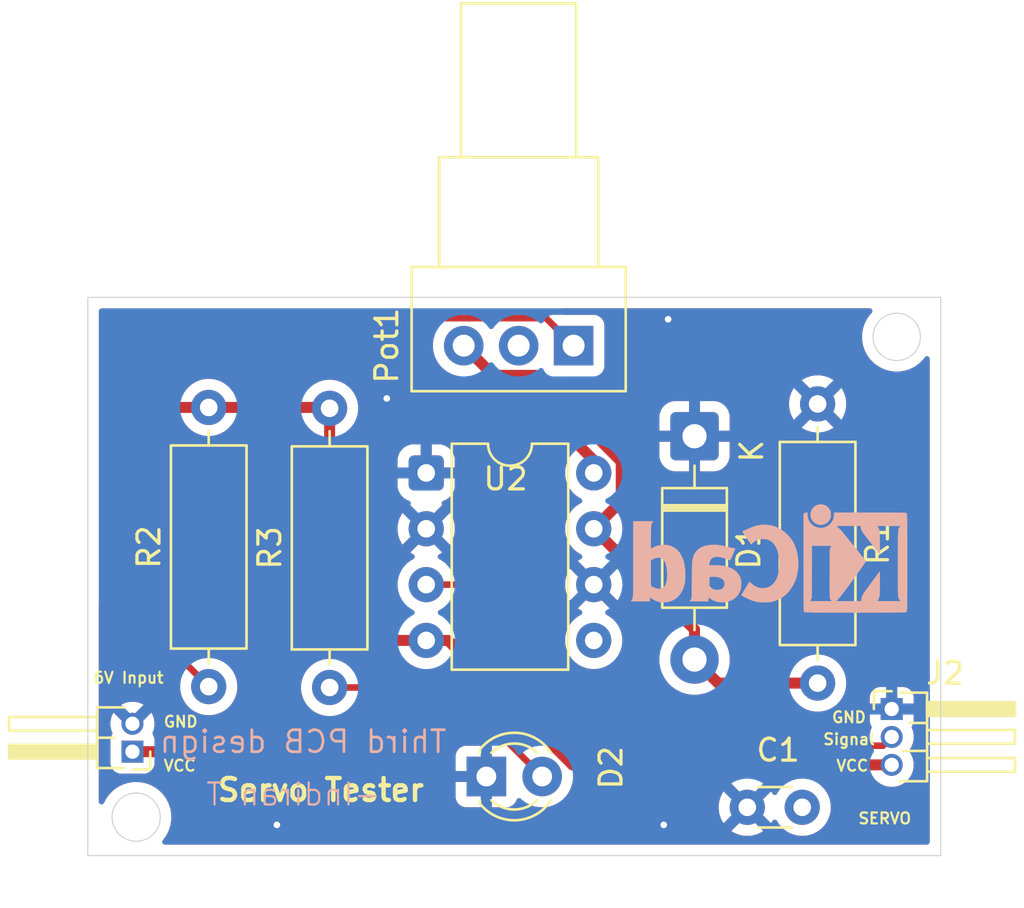
<source format=kicad_pcb>
(kicad_pcb (version 20241229) (generator "pcbnew") (generator_version "9.0")
  (layers (0 "F.Cu" signal) (2 "B.Cu" signal) (5 "F.SilkS" user "F.Silkscreen") (7 "B.SilkS" user "B.Silkscreen") (1 "F.Mask" user) (3 "B.Mask" user) (25 "Edge.Cuts" user))
  (net 0 "")
  (net 1 "GND")
  (net 2 "Net-(D2-A)")
  (net 3 "/Signal")
  (net 4 "Net-(D2-K)")
  (net 5 "Net-(Pot1-Pad1)")
  (net 7 "/Discharge")
  (net 8 "/Vcc")
  (footprint "Connector_PinHeader_1.27mm:PinHeader_1x03_P1.27mm_Horizontal" (layer "F.Cu") (at 172.17 113.93)
    (property "Reference" "J2" (at 2.4325 -1.635 0) (layer "F.SilkS"))
    (property "Value" "Servo")
    (fp_line (start -0.81 -0.81) (end 0 -0.81) (stroke (width 0.12)) (layer "F.SilkS"))
    (fp_line (start -0.81 0) (end -0.81 -0.81) (stroke (width 0.12)) (layer "F.SilkS"))
    (fp_line (start 0.39 -0.745) (end 1.61 -0.745) (stroke (width 0.12)) (layer "F.SilkS"))
    (fp_line (start 0.502867 1.905) (end 1.61 1.905) (stroke (width 0.12)) (layer "F.SilkS"))
    (fp_line (start 0.81 0.635) (end 1.61 0.635) (stroke (width 0.12)) (layer "F.SilkS"))
    (fp_line (start 1.61 -0.745) (end 1.61 3.285) (stroke (width 0.12)) (layer "F.SilkS"))
    (fp_line (start 1.61 0.96) (end 5.61 0.96) (stroke (width 0.12)) (layer "F.SilkS"))
    (fp_line (start 1.61 2.23) (end 5.61 2.23) (stroke (width 0.12)) (layer "F.SilkS"))
    (fp_line (start 1.61 3.285) (end 0.39 3.285) (stroke (width 0.12)) (layer "F.SilkS"))
    (fp_line (start 5.61 0.96) (end 5.61 1.58) (stroke (width 0.12)) (layer "F.SilkS"))
    (fp_line (start 5.61 1.58) (end 1.61 1.58) (stroke (width 0.12)) (layer "F.SilkS"))
    (fp_line (start 5.61 2.23) (end 5.61 2.85) (stroke (width 0.12)) (layer "F.SilkS"))
    (fp_line (start 5.61 2.85) (end 1.61 2.85) (stroke (width 0.12)) (layer "F.SilkS"))
    (fp_rect (start 1.61 -0.31) (end 5.61 0.31) (stroke (width 0.12)) (fill yes) (layer "F.SilkS"))
    (pad "1" thru_hole rect (at 0 0) (size 1 1) (drill 0.65) (layers "*.Cu" "*.Mask") (net 1 "GND"))
    (pad "2" thru_hole circle (at 0 1.27) (size 1 1) (drill 0.65) (layers "*.Cu" "*.Mask") (net 3 "/Signal"))
    (pad "3" thru_hole circle (at 0 2.54) (size 1 1) (drill 0.65) (layers "*.Cu" "*.Mask") (net 8 "/Vcc"))
  )
  (footprint "Resistor_THT:R_Axial_DIN0309_L9.0mm_D3.2mm_P12.70mm_Horizontal" (layer "F.Cu") (at 146.6 112.95 90)
    (property "Reference" "R3" (at 6.35 -2.72 90) (layer "F.SilkS"))
    (property "Value" "1k")
    (fp_line (start 11.66 0) (end 10.97 0) (stroke (width 0.12)) (layer "F.SilkS"))
    (fp_line (start 1.04 0) (end 1.73 0) (stroke (width 0.12)) (layer "F.SilkS"))
    (fp_rect (start 1.73 -1.72) (end 10.97 1.72) (stroke (width 0.12)) (fill no) (layer "F.SilkS"))
    (pad "1" thru_hole circle (at 0 0 90) (size 1.6 1.6) (drill 0.8) (layers "*.Cu" "*.Mask") (net 2 "Net-(D2-A)"))
    (pad "2" thru_hole circle (at 12.7 0 90) (size 1.6 1.6) (drill 0.8) (layers "*.Cu" "*.Mask") (net 8 "/Vcc"))
  )
  (footprint "Package_DIP:DIP-8_W7.62mm" (layer "F.Cu") (at 150.995 103.19)
    (property "Reference" "U2" (at 3.61 0.27 0) (layer "F.SilkS"))
    (property "Value" "NE555P")
    (fp_line (start 1.16 -1.33) (end 1.16 8.95) (stroke (width 0.12)) (layer "F.SilkS"))
    (fp_line (start 1.16 8.95) (end 6.46 8.95) (stroke (width 0.12)) (layer "F.SilkS"))
    (fp_line (start 2.81 -1.33) (end 1.16 -1.33) (stroke (width 0.12)) (layer "F.SilkS"))
    (fp_line (start 6.46 -1.33) (end 4.81 -1.33) (stroke (width 0.12)) (layer "F.SilkS"))
    (fp_line (start 6.46 8.95) (end 6.46 -1.33) (stroke (width 0.12)) (layer "F.SilkS"))
    (fp_arc (start 4.81 -1.33) (mid 3.81 -0.33) (end 2.81 -1.33) (stroke (width 0.12)) (layer "F.SilkS"))
    (pad "1" thru_hole roundrect (at 0 0) (size 1.6 1.6) (drill 0.8) (layers "*.Cu" "*.Mask") (roundrect_rratio 0.15625) (net 1 "GND"))
    (pad "2" thru_hole circle (at 0 2.54) (size 1.6 1.6) (drill 0.8) (layers "*.Cu" "*.Mask") (net 1 "GND"))
    (pad "3" thru_hole circle (at 0 5.08) (size 1.6 1.6) (drill 0.8) (layers "*.Cu" "*.Mask") (net 3 "/Signal"))
    (pad "4" thru_hole circle (at 0 7.62) (size 1.6 1.6) (drill 0.8) (layers "*.Cu" "*.Mask") (net 8 "/Vcc"))
    (pad "5" thru_hole circle (at 7.62 7.62) (size 1.6 1.6) (drill 0.8) (layers "*.Cu" "*.Mask"))
    (pad "6" thru_hole circle (at 7.62 5.08) (size 1.6 1.6) (drill 0.8) (layers "*.Cu" "*.Mask") (net 1 "GND"))
    (pad "7" thru_hole circle (at 7.62 2.54) (size 1.6 1.6) (drill 0.8) (layers "*.Cu" "*.Mask") (net 7 "/Discharge"))
    (pad "8" thru_hole circle (at 7.62 0) (size 1.6 1.6) (drill 0.8) (layers "*.Cu" "*.Mask") (net 8 "/Vcc"))
  )
  (footprint "Connector_PinHeader_1.27mm:PinHeader_1x02_P1.27mm_Horizontal" (layer "F.Cu") (at 137.63 115.87 180)
    (property "Reference" "J1" (hide yes))
    (property "Value" "Power")
    (fp_line (start 5.61 1.58) (end 1.61 1.58) (stroke (width 0.12)) (layer "F.SilkS"))
    (fp_line (start 5.61 0.96) (end 5.61 1.58) (stroke (width 0.12)) (layer "F.SilkS"))
    (fp_line (start 1.61 2.015) (end 0.39 2.015) (stroke (width 0.12)) (layer "F.SilkS"))
    (fp_line (start 1.61 0.96) (end 5.61 0.96) (stroke (width 0.12)) (layer "F.SilkS"))
    (fp_line (start 1.61 -0.745) (end 1.61 2.015) (stroke (width 0.12)) (layer "F.SilkS"))
    (fp_line (start 0.81 0.635) (end 1.61 0.635) (stroke (width 0.12)) (layer "F.SilkS"))
    (fp_line (start 0.39 -0.745) (end 1.61 -0.745) (stroke (width 0.12)) (layer "F.SilkS"))
    (fp_line (start -0.81 0) (end -0.81 -0.81) (stroke (width 0.12)) (layer "F.SilkS"))
    (fp_line (start -0.81 -0.81) (end 0 -0.81) (stroke (width 0.12)) (layer "F.SilkS"))
    (fp_rect (start 1.61 -0.31) (end 5.61 0.31) (stroke (width 0.12)) (fill yes) (layer "F.SilkS"))
    (pad "1" thru_hole rect (at 0 0 180) (size 1 1) (drill 0.65) (layers "*.Cu" "*.Mask") (net 8 "/Vcc"))
    (pad "2" thru_hole circle (at 0 1.27 180) (size 1 1) (drill 0.65) (layers "*.Cu" "*.Mask") (net 1 "GND"))
  )
  (footprint "Capacitor_THT:C_Disc_D3.0mm_W1.6mm_P2.50mm" (layer "F.Cu") (at 165.6 118.4)
    (property "Reference" "C1" (at 1.4 -2.6 0) (layer "F.SilkS"))
    (property "Value" "100nf")
    (fp_line (start 0.485 -0.92) (end 2.015 -0.92) (stroke (width 0.12)) (layer "F.SilkS"))
    (fp_line (start 0.485 0.92) (end 2.015 0.92) (stroke (width 0.12)) (layer "F.SilkS"))
    (pad "1" thru_hole circle (at 0 0) (size 1.6 1.6) (drill 0.8) (layers "*.Cu" "*.Mask") (net 1 "GND"))
    (pad "2" thru_hole circle (at 2.5 0) (size 1.6 1.6) (drill 0.8) (layers "*.Cu" "*.Mask") (net 4 "Net-(D2-K)"))
  )
  (footprint "Diode_THT:D_DO-41_SOD81_P10.16mm_Horizontal" (layer "F.Cu") (at 163.2 101.52 -90)
    (property "Reference" "D1" (at 5.08 -2.47 90) (layer "F.SilkS"))
    (property "Value" "1N4007")
    (fp_line (start 1.34 0) (end 2.36 0) (stroke (width 0.12)) (layer "F.SilkS"))
    (fp_line (start 8.82 0) (end 7.8 0) (stroke (width 0.12)) (layer "F.SilkS"))
    (fp_line (start 3.14 -1.47) (end 3.14 1.47) (stroke (width 0.12)) (layer "F.SilkS"))
    (fp_line (start 3.26 -1.47) (end 3.26 1.47) (stroke (width 0.12)) (layer "F.SilkS"))
    (fp_line (start 3.38 -1.47) (end 3.38 1.47) (stroke (width 0.12)) (layer "F.SilkS"))
    (fp_rect (start 2.36 -1.47) (end 7.8 1.47) (stroke (width 0.12)) (fill no) (layer "F.SilkS"))
    (fp_text user "K" (at 0.68 -2.6 90) (layer "F.SilkS"))
    (pad "1" thru_hole roundrect (at 0 0 270) (size 2.2 2.2) (drill 1.1) (layers "*.Cu" "*.Mask") (roundrect_rratio 0.113636) (net 1 "GND"))
    (pad "2" thru_hole circle (at 10.16 0 270) (size 2.2 2.2) (drill 1.1) (layers "*.Cu" "*.Mask") (net 7 "/Discharge"))
  )
  (footprint "Resistor_THT:R_Axial_DIN0309_L9.0mm_D3.2mm_P12.70mm_Horizontal" (layer "F.Cu") (at 141.1 112.91 90)
    (property "Reference" "R2" (at 6.35 -2.72 90) (layer "F.SilkS"))
    (property "Value" "1k")
    (fp_line (start 11.66 0) (end 10.97 0) (stroke (width 0.12)) (layer "F.SilkS"))
    (fp_line (start 1.04 0) (end 1.73 0) (stroke (width 0.12)) (layer "F.SilkS"))
    (fp_rect (start 1.73 -1.72) (end 10.97 1.72) (stroke (width 0.12)) (fill no) (layer "F.SilkS"))
    (pad "1" thru_hole circle (at 0 0 90) (size 1.6 1.6) (drill 0.8) (layers "*.Cu" "*.Mask") (net 5 "Net-(Pot1-Pad1)"))
    (pad "2" thru_hole circle (at 12.7 0 90) (size 1.6 1.6) (drill 0.8) (layers "*.Cu" "*.Mask") (net 8 "/Vcc"))
  )
  (footprint "Resistor_THT:R_Axial_DIN0309_L9.0mm_D3.2mm_P12.70mm_Horizontal" (layer "F.Cu") (at 168.8 100.05 -90)
    (property "Reference" "R1" (at 6.35 -2.72 90) (layer "F.SilkS"))
    (property "Value" "220k")
    (fp_line (start 1.04 0) (end 1.73 0) (stroke (width 0.12)) (layer "F.SilkS"))
    (fp_line (start 11.66 0) (end 10.97 0) (stroke (width 0.12)) (layer "F.SilkS"))
    (fp_rect (start 1.73 -1.72) (end 10.97 1.72) (stroke (width 0.12)) (fill no) (layer "F.SilkS"))
    (pad "1" thru_hole circle (at 0 0 270) (size 1.6 1.6) (drill 0.8) (layers "*.Cu" "*.Mask") (net 1 "GND"))
    (pad "2" thru_hole circle (at 12.7 0 270) (size 1.6 1.6) (drill 0.8) (layers "*.Cu" "*.Mask") (net 7 "/Discharge"))
  )
  (footprint "Potentiometer_THT:Potentiometer_Alps_RK09Y11_Single_Horizontal" (layer "F.Cu") (at 157.7 97.4 -90)
    (property "Reference" "Pot1" (at 0 8.5 90) (layer "F.SilkS"))
    (property "Value" "100k")
    (fp_line (start -3.57 7.37) (end -3.57 -2.37) (stroke (width 0.12)) (layer "F.SilkS"))
    (fp_line (start 2.071 7.37) (end -3.57 7.37) (stroke (width 0.12)) (layer "F.SilkS"))
    (fp_line (start 2.071 7.37) (end 2.071 -2.37) (stroke (width 0.12)) (layer "F.SilkS"))
    (fp_line (start -8.57 6.12) (end -8.57 -1.12) (stroke (width 0.12)) (layer "F.SilkS"))
    (fp_line (start -3.57 6.12) (end -8.57 6.12) (stroke (width 0.12)) (layer "F.SilkS"))
    (fp_line (start -15.57 5.12) (end -15.57 -0.12) (stroke (width 0.12)) (layer "F.SilkS"))
    (fp_line (start -8.57 5.12) (end -15.57 5.12) (stroke (width 0.12)) (layer "F.SilkS"))
    (fp_line (start -8.57 -0.12) (end -15.57 -0.12) (stroke (width 0.12)) (layer "F.SilkS"))
    (fp_line (start -3.57 -1.12) (end -8.57 -1.12) (stroke (width 0.12)) (layer "F.SilkS"))
    (fp_line (start 2.071 -2.37) (end -3.57 -2.37) (stroke (width 0.12)) (layer "F.SilkS"))
    (pad "1" thru_hole rect (at 0 0 90) (size 1.8 1.8) (drill 1) (layers "*.Cu" "*.Mask") (net 5 "Net-(Pot1-Pad1)"))
    (pad "2" thru_hole circle (at 0 2.5 90) (size 1.8 1.8) (drill 1) (layers "*.Cu" "*.Mask"))
    (pad "3" thru_hole circle (at 0 5 90) (size 1.8 1.8) (drill 1) (layers "*.Cu" "*.Mask") (net 7 "/Discharge"))
  )
  (footprint "LED_THT:LED_D3.0mm" (layer "F.Cu") (at 153.73 117)
    (property "Reference" "D2" (at 5.67 -0.4 90) (layer "F.SilkS"))
    (property "Value" "LED")
    (fp_line (start -0.29 -1.236) (end -0.29 -1.08) (stroke (width 0.12)) (layer "F.SilkS"))
    (fp_line (start -0.29 1.08) (end -0.29 1.236) (stroke (width 0.12)) (layer "F.SilkS"))
    (fp_arc (start -0.29 -1.235516) (mid 1.36566 -1.987699) (end 2.941437 -1.08) (stroke (width 0.12)) (layer "F.SilkS"))
    (fp_arc (start 0.229039 -1.08) (mid 1.27 -1.5) (end 2.310961 -1.08) (stroke (width 0.12)) (layer "F.SilkS"))
    (fp_arc (start 2.310961 1.08) (mid 1.27 1.5) (end 0.229039 1.08) (stroke (width 0.12)) (layer "F.SilkS"))
    (fp_arc (start 2.941437 1.08) (mid 1.36566 1.987699) (end -0.29 1.235516) (stroke (width 0.12)) (layer "F.SilkS"))
    (pad "1" thru_hole rect (at 0 0) (size 1.8 1.8) (drill 0.9) (layers "*.Cu" "*.Mask") (net 1 "GND"))
    (pad "2" thru_hole circle (at 2.54 0) (size 1.8 1.8) (drill 0.9) (layers "*.Cu" "*.Mask") (net 2 "Net-(D2-A)"))
  )
  (footprint "Symbol:KiCad-Logo_5mm_SilkScreen" (layer "B.Cu") (at 166.6 107.6 180)
    (property "Reference" "REF**" (hide yes))
    (property "Value" "KiCad-Logo_5mm_SilkScreen" (hide yes))
    (fp_poly (pts (xy -2.273043 2.973429) (xy -2.176768 2.949191) (xy -2.090184 2.906359) (xy -2.015373 2.846581) (xy -1.954418 2.771506) (xy -1.909399 2.68278) (xy -1.883136 2.58647) (xy -1.877286 2.489205) (xy -1.89214 2.395346) (xy -1.92584 2.307489) (xy -1.976528 2.22823) (xy -2.042345 2.160164) (xy -2.121434 2.105888) (xy -2.211934 2.067998) (xy -2.2632 2.055574) (xy -2.307698 2.048053) (xy -2.341999 2.045081) (xy -2.37496 2.046906) (xy -2.415434 2.053775) (xy -2.448531 2.06075) (xy -2.541947 2.092259) (xy -2.625619 2.143383) (xy -2.697665 2.212571) (xy -2.7562 2.298272) (xy -2.770148 2.325511) (xy -2.786586 2.361878) (xy -2.796894 2.392418) (xy -2.80246 2.42455) (xy -2.804669 2.465693) (xy -2.804948 2.511778) (xy -2.800861 2.596135) (xy -2.787446 2.665414) (xy -2.762256 2.726039) (xy -2.722846 2.784433) (xy -2.684298 2.828698) (xy -2.612406 2.894516) (xy -2.537313 2.939947) (xy -2.454562 2.96715) (xy -2.376928 2.977424) (xy -2.273043 2.973429)) (stroke (width 0.01)) (fill yes) (layer "B.SilkS"))
    (fp_poly (pts (xy 0.328429 2.050929) (xy 0.48857 2.029755) (xy 0.65251 1.989615) (xy 0.822313 1.930111) (xy 1.000043 1.850846) (xy 1.01131 1.845301) (xy 1.069005 1.817275) (xy 1.120552 1.793198) (xy 1.162191 1.774751) (xy 1.190162 1.763614) (xy 1.199733 1.761067) (xy 1.21895 1.756059) (xy 1.223561 1.751853) (xy 1.218458 1.74142) (xy 1.202418 1.715132) (xy 1.177288 1.675743) (xy 1.144914 1.626009) (xy 1.107143 1.568685) (xy 1.065822 1.506524) (xy 1.022798 1.442282) (xy 0.979917 1.378715) (xy 0.939026 1.318575) (xy 0.901971 1.26462) (xy 0.8706 1.219603) (xy 0.846759 1.186279) (xy 0.832294 1.167403) (xy 0.830309 1.165213) (xy 0.820191 1.169862) (xy 0.79785 1.187038) (xy 0.76728 1.21356) (xy 0.751536 1.228036) (xy 0.655047 1.303318) (xy 0.548336 1.358759) (xy 0.432832 1.393859) (xy 0.309962 1.40812) (xy 0.240561 1.406949) (xy 0.119423 1.389788) (xy 0.010205 1.353906) (xy -0.087418 1.299041) (xy -0.173772 1.22493) (xy -0.249185 1.131312) (xy -0.313982 1.017924) (xy -0.351399 0.931333) (xy -0.395252 0.795634) (xy -0.427572 0.64815) (xy -0.448443 0.492686) (xy -0.457949 0.333044) (xy -0.456173 0.173027) (xy -0.443197 0.016439) (xy -0.419106 -0.132918) (xy -0.383982 -0.27124) (xy -0.337908 -0.394724) (xy -0.321627 -0.428978) (xy -0.25338 -0.543064) (xy -0.172921 -0.639557) (xy -0.08143 -0.71767) (xy 0.019911 -0.776617) (xy 0.12992 -0.815612) (xy 0.247415 -0.833868) (xy 0.288883 -0.835211) (xy 0.410441 -0.82429) (xy 0.530878 -0.791474) (xy 0.648666 -0.737439) (xy 0.762277 -0.662865) (xy 0.853685 -0.584539) (xy 0.900215 -0.540008) (xy 1.081483 -0.837271) (xy 1.12658 -0.911433) (xy 1.167819 -0.979646) (xy 1.203735 -1.039459) (xy 1.232866 -1.08842) (xy 1.25375 -1.124079) (xy 1.264924 -1.143984) (xy 1.266375 -1.147079) (xy 1.258146 -1.156718) (xy 1.232567 -1.173999) (xy 1.192873 -1.197283) (xy 1.142297 -1.224934) (xy 1.084074 -1.255315) (xy 1.021437 -1.28679) (xy 0.957621 -1.317722) (xy 0.89586 -1.346473) (xy 0.839388 -1.371408) (xy 0.791438 -1.390889) (xy 0.767986 -1.399318) (xy 0.634221 -1.437133) (xy 0.496327 -1.462136) (xy 0.348622 -1.47514) (xy 0.221833 -1.477468) (xy 0.153878 -1.476373) (xy 0.088277 -1.474275) (xy 0.030847 -1.471434) (xy -0.012597 -1.468106) (xy -0.026702 -1.466422) (xy -0.165716 -1.437587) (xy -0.307243 -1.392468) (xy -0.444725 -1.33375) (xy -0.571606 -1.26412) (xy -0.649111 -1.211441) (xy -0.776519 -1.103239) (xy -0.894822 -0.976671) (xy -1.001828 -0.834866) (xy -1.095348 -0.680951) (xy -1.17319 -0.518053) (xy -1.217044 -0.400756) (xy -1.267292 -0.217128) (xy -1.300791 -0.022581) (xy -1.317551 0.178675) (xy -1.317584 0.382432) (xy -1.300899 0.584479) (xy -1.267507 0.780608) (xy -1.21742 0.966609) (xy -1.213603 0.978197) (xy -1.150719 1.14025) (xy -1.073972 1.288168) (xy -0.980758 1.426135) (xy -0.868473 1.558339) (xy -0.824608 1.603601) (xy -0.688466 1.727543) (xy -0.548509 1.830085) (xy -0.402589 1.912344) (xy -0.248558 1.975436) (xy -0.084268 2.020477) (xy 0.011289 2.037967) (xy 0.170023 2.053534) (xy 0.328429 2.050929)) (stroke (width 0.01)) (fill yes) (layer "B.SilkS"))
    (fp_poly (pts (xy 6.186507 0.527755) (xy 6.186526 0.293338) (xy 6.186552 0.080397) (xy 6.186625 -0.112168) (xy 6.186782 -0.285459) (xy 6.187064 -0.440576) (xy 6.187509 -0.57862) (xy 6.188156 -0.700692) (xy 6.189045 -0.807894) (xy 6.190213 -0.901326) (xy 6.191701 -0.98209) (xy 6.193546 -1.051286) (xy 6.195789 -1.110015) (xy 6.198469 -1.159379) (xy 6.201623 -1.200478) (xy 6.205292 -1.234413) (xy 6.209513 -1.262286) (xy 6.214327 -1.285198) (xy 6.219773 -1.304249) (xy 6.225888 -1.32054) (xy 6.232712 -1.335173) (xy 6.240285 -1.349249) (xy 6.248645 -1.363868) (xy 6.253839 -1.372974) (xy 6.288104 -1.433689) (xy 5.429955 -1.433689) (xy 5.429955 -1.337733) (xy 5.429224 -1.29437) (xy 5.427272 -1.261205) (xy 5.424463 -1.243424) (xy 5.423221 -1.241778) (xy 5.411799 -1.248662) (xy 5.389084 -1.266505) (xy 5.366385 -1.285879) (xy 5.3118 -1.326614) (xy 5.242321 -1.367617) (xy 5.16527 -1.405123) (xy 5.087965 -1.435364) (xy 5.057113 -1.445012) (xy 4.988616 -1.459578) (xy 4.905764 -1.469539) (xy 4.816371 -1.474583) (xy 4.728248 -1.474396) (xy 4.649207 -1.468666) (xy 4.611511 -1.462858) (xy 4.473414 -1.424797) (xy 4.346113 -1.367073) (xy 4.230292 -1.290211) (xy 4.126637 -1.194739) (xy 4.035833 -1.081179) (xy 3.969031 -0.970381) (xy 3.914164 -0.853625) (xy 3.872163 -0.734276) (xy 3.842167 -0.608283) (xy 3.823311 -0.471594) (xy 3.814732 -0.320158) (xy 3.814006 -0.242711) (xy 3.8161 -0.185934) (xy 4.645217 -0.185934) (xy 4.645424 -0.279002) (xy 4.648337 -0.366692) (xy 4.654 -0.443772) (xy 4.662455 -0.505009) (xy 4.665038 -0.51735) (xy 4.69684 -0.624633) (xy 4.738498 -0.711658) (xy 4.790363 -0.778642) (xy 4.852781 -0.825805) (xy 4.9261 -0.853365) (xy 5.010669 -0.861541) (xy 5.106835 -0.850551) (xy 5.170311 -0.834829) (xy 5.219454 -0.816639) (xy 5.273583 -0.790791) (xy 5.314244 -0.767089) (xy 5.3848 -0.720721) (xy 5.3848 0.42947) (xy 5.317392 0.473038) (xy 5.238867 0.51396) (xy 5.154681 0.540611) (xy 5.069557 0.552535) (xy 4.988216 0.549278) (xy 4.91538 0.530385) (xy 4.883426 0.514816) (xy 4.825501 0.471819) (xy 4.776544 0.415047) (xy 4.73539 0.342425) (xy 4.700874 0.251879) (xy 4.671833 0.141334) (xy 4.670552 0.135467) (xy 4.660381 0.073212) (xy 4.652739 -0.004594) (xy 4.64767 -0.09272) (xy 4.645217 -0.185934) (xy 3.8161 -0.185934) (xy 3.821857 -0.029895) (xy 3.843802 0.165941) (xy 3.879786 0.344668) (xy 3.929759 0.506155) (xy 3.993668 0.650274) (xy 4.071462 0.776894) (xy 4.163089 0.885885) (xy 4.268497 0.977117) (xy 4.313662 1.008068) (xy 4.414611 1.064215) (xy 4.517901 1.103826) (xy 4.627989 1.127986) (xy 4.74933 1.137781) (xy 4.841836 1.136735) (xy 4.97149 1.125769) (xy 5.084084 1.103954) (xy 5.182875 1.070286) (xy 5.271121 1.023764) (xy 5.319986 0.989552) (xy 5.349353 0.967638) (xy 5.371043 0.952667) (xy 5.379253 0.948267) (xy 5.380868 0.959096) (xy 5.382159 0.989749) (xy 5.383138 1.037474) (xy 5.383817 1.099521) (xy 5.38421 1.173138) (xy 5.38433 1.255573) (xy 5.384188 1.344075) (xy 5.383797 1.435893) (xy 5.383171 1.528276) (xy 5.38232 1.618472) (xy 5.38126 1.703729) (xy 5.380001 1.781297) (xy 5.378556 1.848424) (xy 5.376938 1.902359) (xy 5.375161 1.94035) (xy 5.374669 1.947333) (xy 5.367092 2.017749) (xy 5.355531 2.072898) (xy 5.337792 2.120019) (xy 5.311682 2.166353) (xy 5.305415 2.175933) (xy 5.280983 2.212622) (xy 6.186311 2.212622) (xy 6.186507 0.527755)) (stroke (width 0.01)) (fill yes) (layer "B.SilkS"))
    (fp_poly (pts (xy 2.673574 1.133448) (xy 2.825492 1.113433) (xy 2.960756 1.079798) (xy 3.080239 1.032275) (xy 3.184815 0.970595) (xy 3.262424 0.907035) (xy 3.331265 0.832901) (xy 3.385006 0.753129) (xy 3.42791 0.660909) (xy 3.443384 0.617839) (xy 3.456244 0.578858) (xy 3.467446 0.542711) (xy 3.47712 0.507566) (xy 3.485396 0.47159) (xy 3.492403 0.43295) (xy 3.498272 0.389815) (xy 3.503131 0.340351) (xy 3.50711 0.282727) (xy 3.51034 0.215109) (xy 3.512949 0.135666) (xy 3.515067 0.042564) (xy 3.516824 -0.066027) (xy 3.518349 -0.191942) (xy 3.519772 -0.337012) (xy 3.521025 -0.479778) (xy 3.522351 -0.635968) (xy 3.523556 -0.771239) (xy 3.524766 -0.887246) (xy 3.526106 -0.985645) (xy 3.5277 -1.068093) (xy 3.529675 -1.136246) (xy 3.532156 -1.19176) (xy 3.535269 -1.236292) (xy 3.539138 -1.271498) (xy 3.543889 -1.299034) (xy 3.549648 -1.320556) (xy 3.556539 -1.337722) (xy 3.564689 -1.352186) (xy 3.574223 -1.365606) (xy 3.585266 -1.379638) (xy 3.589566 -1.385071) (xy 3.605386 -1.40791) (xy 3.612422 -1.423463) (xy 3.612444 -1.423922) (xy 3.601567 -1.426121) (xy 3.570582 -1.428147) (xy 3.521957 -1.429942) (xy 3.458163 -1.431451) (xy 3.381669 -1.432616) (xy 3.294944 -1.43338) (xy 3.200457 -1.433686) (xy 3.18955 -1.433689) (xy 2.766657 -1.433689) (xy 2.763395 -1.337622) (xy 2.760133 -1.241556) (xy 2.698044 -1.292543) (xy 2.600714 -1.360057) (xy 2.490813 -1.414749) (xy 2.404349 -1.444978) (xy 2.335278 -1.459666) (xy 2.251925 -1.469659) (xy 2.162159 -1.474646) (xy 2.073845 -1.474313) (xy 1.994851 -1.468351) (xy 1.958622 -1.462638) (xy 1.818603 -1.424776) (xy 1.692178 -1.369932) (xy 1.58026 -1.298924) (xy 1.483762 -1.212568) (xy 1.4036 -1.111679) (xy 1.340687 -0.997076) (xy 1.296312 -0.870984) (xy 1.283978 -0.814401) (xy 1.276368 -0.752202) (xy 1.272739 -0.677363) (xy 1.272245 -0.643467) (xy 1.27231 -0.640282) (xy 2.032248 -0.640282) (xy 2.041541 -0.715333) (xy 2.069728 -0.77916) (xy 2.118197 -0.834798) (xy 2.123254 -0.839211) (xy 2.171548 -0.874037) (xy 2.223257 -0.89662) (xy 2.283989 -0.90854) (xy 2.359352 -0.911383) (xy 2.377459 -0.910978) (xy 2.431278 -0.908325) (xy 2.471308 -0.902909) (xy 2.506324 -0.892745) (xy 2.545103 -0.87585) (xy 2.555745 -0.870672) (xy 2.616396 -0.834844) (xy 2.663215 -0.792212) (xy 2.675952 -0.776973) (xy 2.720622 -0.720462) (xy 2.720622 -0.524586) (xy 2.720086 -0.445939) (xy 2.718396 -0.387988) (xy 2.715428 -0.348875) (xy 2.711057 -0.326741) (xy 2.706972 -0.320274) (xy 2.691047 -0.317111) (xy 2.657264 -0.314488) (xy 2.61034 -0.312655) (xy 2.554993 -0.311857) (xy 2.546106 -0.311842) (xy 2.42533 -0.317096) (xy 2.32266 -0.333263) (xy 2.236106 -0.360961) (xy 2.163681 -0.400808) (xy 2.108751 -0.447758) (xy 2.064204 -0.505645) (xy 2.03948 -0.568693) (xy 2.032248 -0.640282) (xy 1.27231 -0.640282) (xy 1.274178 -0.549712) (xy 1.282522 -0.470812) (xy 1.298768 -0.39959) (xy 1.324405 -0.328864) (xy 1.348401 -0.276493) (xy 1.40702 -0.181196) (xy 1.485117 -0.09317) (xy 1.580315 -0.014017) (xy 1.690238 0.05466) (xy 1.81251 0.111259) (xy 1.944755 0.154179) (xy 2.009422 0.169118) (xy 2.145604 0.191223) (xy 2.294049 0.205806) (xy 2.445505 0.212187) (xy 2.572064 0.210555) (xy 2.73395 0.203776) (xy 2.72653 0.262755) (xy 2.707238 0.361908) (xy 2.676104 0.442628) (xy 2.632269 0.505534) (xy 2.574871 0.551244) (xy 2.503048 0.580378) (xy 2.415941 0.593553) (xy 2.312686 0.591389) (xy 2.274711 0.587388) (xy 2.13352 0.56222) (xy 1.996707 0.521186) (xy 1.902178 0.483185) (xy 1.857018 0.46381) (xy 1.818585 0.44824) (xy 1.792234 0.438595) (xy 1.784546 0.436548) (xy 1.774802 0.445626) (xy 1.758083 0.474595) (xy 1.734232 0.523783) (xy 1.703093 0.593516) (xy 1.664507 0.684121) (xy 1.65791 0.699911) (xy 1.627853 0.772228) (xy 1.600874 0.837575) (xy 1.578136 0.893094) (xy 1.560806 0.935928) (xy 1.550048 0.963219) (xy 1.546941 0.972058) (xy 1.55694 0.976813) (xy 1.583217 0.98209) (xy 1.611489 0.985769) (xy 1.641646 0.990526) (xy 1.689433 0.999972) (xy 1.750612 1.01318) (xy 1.820946 1.029224) (xy 1.896194 1.04718) (xy 1.924755 1.054203) (xy 2.029816 1.079791) (xy 2.11748 1.099853) (xy 2.192068 1.115031) (xy 2.257903 1.125965) (xy 2.319307 1.133296) (xy 2.380602 1.137665) (xy 2.44611 1.139713) (xy 2.504128 1.140111) (xy 2.673574 1.133448)) (stroke (width 0.01)) (fill yes) (layer "B.SilkS"))
    (fp_poly (pts (xy -2.9464 2.510946) (xy -2.935535 2.397007) (xy -2.903918 2.289384) (xy -2.853015 2.190385) (xy -2.784293 2.102316) (xy -2.699219 2.027484) (xy -2.602232 1.969616) (xy -2.495964 1.929995) (xy -2.38895 1.911427) (xy -2.2833 1.912566) (xy -2.181125 1.93207) (xy -2.084534 1.968594) (xy -1.995638 2.020795) (xy -1.916546 2.087327) (xy -1.849369 2.166848) (xy -1.796217 2.258013) (xy -1.759199 2.359477) (xy -1.740427 2.469898) (xy -1.738489 2.519794) (xy -1.738489 2.607733) (xy -1.68656 2.607733) (xy -1.650253 2.604889) (xy -1.623355 2.593089) (xy -1.596249 2.569351) (xy -1.557867 2.530969) (xy -1.557867 0.339398) (xy -1.557876 0.077261) (xy -1.557908 -0.163241) (xy -1.557972 -0.383048) (xy -1.558076 -0.583101) (xy -1.558227 -0.764344) (xy -1.558434 -0.927716) (xy -1.558706 -1.07416) (xy -1.55905 -1.204617) (xy -1.559474 -1.320029) (xy -1.559987 -1.421338) (xy -1.560597 -1.509484) (xy -1.561312 -1.58541) (xy -1.56214 -1.650057) (xy -1.563089 -1.704367) (xy -1.564167 -1.74928) (xy -1.565383 -1.78574) (xy -1.566745 -1.814687) (xy -1.568261 -1.837063) (xy -1.569938 -1.853809) (xy -1.571786 -1.865868) (xy -1.573813 -1.87418) (xy -1.576025 -1.879687) (xy -1.577108 -1.881537) (xy -1.581271 -1.888549) (xy -1.584805 -1.894996) (xy -1.588635 -1.9009) (xy -1.593682 -1.906286) (xy -1.600871 -1.911178) (xy -1.611123 -1.915598) (xy -1.625364 -1.919572) (xy -1.644514 -1.923121) (xy -1.669499 -1.92627) (xy -1.70124 -1.929042) (xy -1.740662 -1.931461) (xy -1.788686 -1.933551) (xy -1.846237 -1.935335) (xy -1.914237 -1.936837) (xy -1.99361 -1.93808) (xy -2.085279 -1.939089) (xy -2.190166 -1.939885) (xy -2.309196 -1.940494) (xy -2.44329 -1.940939) (xy -2.593373 -1.941243) (xy -2.760367 -1.94143) (xy -2.945196 -1.941524) (xy -3.148783 -1.941548) (xy -3.37205 -1.941525) (xy -3.615922 -1.94148) (xy -3.881321 -1.941437) (xy -3.919704 -1.941432) (xy -4.186682 -1.941389) (xy -4.432002 -1.941318) (xy -4.656583 -1.941213) (xy -4.861345 -1.941066) (xy -5.047206 -1.940869) (xy -5.215088 -1.940616) (xy -5.365908 -1.9403) (xy -5.500587 -1.939913) (xy -5.620044 -1.939447) (xy -5.725199 -1.938897) (xy -5.816971 -1.938253) (xy -5.896279 -1.937511) (xy -5.964043 -1.936661) (xy -6.021182 -1.935697) (xy -6.068617 -1.934611) (xy -6.107266 -1.933397) (xy -6.138049 -1.932047) (xy -6.161885 -1.930555) (xy -6.179694 -1.928911) (xy -6.192395 -1.927111) (xy -6.200908 -1.925145) (xy -6.205266 -1.923477) (xy -6.213728 -1.919906) (xy -6.221497 -1.91727) (xy -6.228602 -1.914634) (xy -6.235073 -1.911062) (xy -6.240939 -1.905621) (xy -6.246229 -1.897375) (xy -6.250974 -1.88539) (xy -6.255202 -1.868731) (xy -6.258943 -1.846463) (xy -6.262227 -1.817652) (xy -6.265083 -1.781363) (xy -6.26754 -1.736661) (xy -6.269629 -1.682611) (xy -6.271378 -1.618279) (xy -6.272817 -1.54273) (xy -6.273976 -1.45503) (xy -6.274883 -1.354243) (xy -6.275569 -1.239434) (xy -6.276063 -1.10967) (xy -6.276395 -0.964015) (xy -6.276593 -0.801535) (xy -6.276687 -0.621295) (xy -6.276708 -0.42236) (xy -6.276685 -0.203796) (xy -6.276646 0.035332) (xy -6.276622 0.29596) (xy -6.276622 0.338111) (xy -6.276636 0.601008) (xy -6.276661 0.842268) (xy -6.276671 1.062835) (xy -6.276642 1.263648) (xy -6.276548 1.445651) (xy -6.276362 1.609784) (xy -6.276059 1.756989) (xy -6.275614 1.888208) (xy -6.275034 1.998133) (xy -5.972197 1.998133) (xy -5.932407 1.940289) (xy -5.921236 1.924521) (xy -5.911166 1.910559) (xy -5.902138 1.897216) (xy -5.894097 1.883307) (xy -5.886986 1.867644) (xy -5.880747 1.849042) (xy -5.875325 1.826314) (xy -5.870662 1.798273) (xy -5.866701 1.763733) (xy -5.863385 1.721508) (xy -5.860659 1.670411) (xy -5.858464 1.609256) (xy -5.856745 1.536856) (xy -5.855444 1.452025) (xy -5.854505 1.353578) (xy -5.85387 1.240326) (xy -5.853484 1.111084) (xy -5.853288 0.964666) (xy -5.853227 0.799884) (xy -5.853243 0.615553) (xy -5.85328 0.410487) (xy -5.853289 0.287867) (xy -5.853265 0.070918) (xy -5.853231 -0.124642) (xy -5.853243 -0.299999) (xy -5.853358 -0.456341) (xy -5.85363 -0.594857) (xy -5.854118 -0.716734) (xy -5.854876 -0.82316) (xy -5.855962 -0.915322) (xy -5.857431 -0.994409) (xy -5.85934 -1.061608) (xy -5.861744 -1.118107) (xy -5.864701 -1.165093) (xy -5.868266 -1.203755) (xy -5.872495 -1.23528) (xy -5.877446 -1.260855) (xy -5.883173 -1.28167) (xy -5.889733 -1.298911) (xy -5.897183 -1.313765) (xy -5.905579 -1.327422) (xy -5.914976 -1.341069) (xy -5.925432 -1.355893) (xy -5.931523 -1.364783) (xy -5.970296 -1.4224) (xy -5.438732 -1.4224) (xy -5.315483 -1.422365) (xy -5.212987 -1.422215) (xy -5.12942 -1.421878) (xy -5.062956 -1.421286) (xy -5.011771 -1.420367) (xy -4.974041 -1.419051) (xy -4.94794 -1.417269) (xy -4.931644 -1.414951) (xy -4.923328 -1.412026) (xy -4.921168 -1.408424) (xy -4.923339 -1.404075) (xy -4.924535 -1.402645) (xy -4.949685 -1.365573) (xy -4.975583 -1.312772) (xy -4.999192 -1.25077) (xy -5.007461 -1.224357) (xy -5.012078 -1.206416) (xy -5.015979 -1.185355) (xy -5.019248 -1.159089) (xy -5.021966 -1.125532) (xy -5.024215 -1.082599) (xy -5.026077 -1.028204) (xy -5.027636 -0.960262) (xy -5.028972 -0.876688) (xy -5.030169 -0.775395) (xy -5.031308 -0.6543) (xy -5.031685 -0.6096) (xy -5.032702 -0.484449) (xy -5.03346 -0.380082) (xy -5.033903 -0.294707) (xy -5.03397 -0.226533) (xy -5.033605 -0.173765) (xy -5.032748 -0.134614) (xy -5.031341 -0.107285) (xy -5.029325 -0.089986) (xy -5.026643 -0.080926) (xy -5.023236 -0.078312) (xy -5.019044 -0.080351) (xy -5.014571 -0.084667) (xy -5.004216 -0.097602) (xy -4.982158 -0.126676) (xy -4.949957 -0.169759) (xy -4.909174 -0.224718) (xy -4.86137 -0.289423) (xy -4.808105 -0.361742) (xy -4.75094 -0.439544) (xy -4.691437 -0.520698) (xy -4.631155 -0.603072) (xy -4.571655 -0.684536) (xy -4.514498 -0.762957) (xy -4.461245 -0.836204) (xy -4.413457 -0.902147) (xy -4.372693 -0.958654) (xy -4.340516 -1.003593) (xy -4.318485 -1.034834) (xy -4.313917 -1.041466) (xy -4.290996 -1.078369) (xy -4.264188 -1.126359) (xy -4.238789 -1.175897) (xy -4.235568 -1.182577) (xy -4.21389 -1.230772) (xy -4.201304 -1.268334) (xy -4.195574 -1.30416) (xy -4.194456 -1.3462) (xy -4.19509 -1.4224) (xy -3.040651 -1.4224) (xy -3.131815 -1.328669) (xy -3.178612 -1.278775) (xy -3.228899 -1.222295) (xy -3.274944 -1.168026) (xy -3.295369 -1.142673) (xy -3.325807 -1.103128) (xy -3.365862 -1.049916) (xy -3.414361 -0.984667) (xy -3.470135 -0.909011) (xy -3.532011 -0.824577) (xy -3.598819 -0.732994) (xy -3.669387 -0.635892) (xy -3.742545 -0.534901) (xy -3.817121 -0.43165) (xy -3.891944 -0.327768) (xy -3.965843 -0.224885) (xy -4.037646 -0.124631) (xy -4.106184 -0.028636) (xy -4.170284 0.061473) (xy -4.228775 0.144064) (xy -4.280486 0.217508) (xy -4.324247 0.280176) (xy -4.358885 0.330439) (xy -4.38323 0.366666) (xy -4.396111 0.387229) (xy -4.397869 0.391332) (xy -4.38991 0.402658) (xy -4.369115 0.429838) (xy -4.336847 0.471171) (xy -4.29447 0.524956) (xy -4.243347 0.589494) (xy -4.184841 0.663082) (xy -4.120314 0.744022) (xy -4.051131 0.830612) (xy -3.978653 0.921152) (xy -3.904246 1.01394) (xy -3.844517 1.088298) (xy -2.833511 1.088298) (xy -2.827602 1.075341) (xy -2.813272 1.053092) (xy -2.812225 1.051609) (xy -2.793438 1.021456) (xy -2.773791 0.984625) (xy -2.769892 0.976489) (xy -2.766356 0.96806) (xy -2.76323 0.957941) (xy -2.760486 0.94474) (xy -2.758092 0.927062) (xy -2.756019 0.903516) (xy -2.754235 0.872707) (xy -2.752712 0.833243) (xy -2.751419 0.783731) (xy -2.750326 0.722777) (xy -2.749403 0.648989) (xy -2.748619 0.560972) (xy -2.747945 0.457335) (xy -2.74735 0.336684) (xy -2.746805 0.197626) (xy -2.746279 0.038768) (xy -2.745745 -0.140089) (xy -2.745206 -0.325207) (xy -2.744772 -0.489145) (xy -2.744509 -0.633303) (xy -2.744484 -0.759079) (xy -2.744765 -0.867871) (xy -2.745419 -0.961077) (xy -2.746514 -1.040097) (xy -2.748118 -1.106328) (xy -2.750297 -1.16117) (xy -2.753119 -1.206021) (xy -2.756651 -1.242278) (xy -2.760961 -1.271341) (xy -2.766117 -1.294609) (xy -2.772185 -1.313479) (xy -2.779233 -1.329351) (xy -2.787329 -1.343622) (xy -2.79654 -1.357691) (xy -2.80504 -1.370158) (xy -2.822176 -1.396452) (xy -2.832322 -1.414037) (xy -2.833511 -1.417257) (xy -2.822604 -1.418334) (xy -2.791411 -1.419335) (xy -2.742223 -1.420235) (xy -2.677333 -1.42101) (xy -2.59903 -1.421637) (xy -2.509607 -1.422091) (xy -2.411356 -1.422349) (xy -2.342445 -1.4224) (xy -2.237452 -1.42218) (xy -2.14061 -1.421548) (xy -2.054107 -1.420549) (xy -1.980132 -1.419227) (xy -1.920874 -1.417626) (xy -1.87852 -1.415791) (xy -1.85526 -1.413765) (xy -1.851378 -1.412493) (xy -1.859076 -1.397591) (xy -1.867074 -1.38956) (xy -1.880246 -1.372434) (xy -1.897485 -1.342183) (xy -1.909407 -1.317622) (xy -1.936045 -1.258711) (xy -1.93912 -0.081845) (xy -1.942195 1.095022) (xy -2.387853 1.095022) (xy -2.48567 1.094858) (xy -2.576064 1.094389) (xy -2.65663 1.093653) (xy -2.724962 1.092684) (xy -2.778656 1.09152) (xy -2.815305 1.090197) (xy -2.832504 1.088751) (xy -2.833511 1.088298) (xy -3.844517 1.088298) (xy -3.82927 1.107278) (xy -3.75509 1.199463) (xy -3.683069 1.288796) (xy -3.614569 1.373576) (xy -3.550955 1.452102) (xy -3.493588 1.522674) (xy -3.443833 1.583591) (xy -3.403052 1.633153) (xy -3.385888 1.653822) (xy -3.299596 1.754484) (xy -3.222997 1.837741) (xy -3.154183 1.905562) (xy -3.091248 1.959911) (xy -3.081867 1.967278) (xy -3.042356 1.997883) (xy -4.174116 1.998133) (xy -4.168827 1.950156) (xy -4.17213 1.892812) (xy -4.193661 1.824537) (xy -4.233635 1.744788) (xy -4.278943 1.672505) (xy -4.295161 1.64986) (xy -4.323214 1.612304) (xy -4.36143 1.561979) (xy -4.408137 1.501027) (xy -4.461661 1.431589) (xy -4.520331 1.355806) (xy -4.582475 1.27582) (xy -4.646421 1.193772) (xy -4.710495 1.111804) (xy -4.773027 1.032057) (xy -4.832343 0.956673) (xy -4.886771 0.887793) (xy -4.934639 0.827558) (xy -4.974275 0.778111) (xy -5.004006 0.741592) (xy -5.022161 0.720142) (xy -5.02522 0.716844) (xy -5.028079 0.724851) (xy -5.030293 0.755145) (xy -5.031857 0.807444) (xy -5.032767 0.881469) (xy -5.03302 0.976937) (xy -5.032613 1.093566) (xy -5.031704 1.213555) (xy -5.030382 1.345667) (xy -5.028857 1.457406) (xy -5.026881 1.550975) (xy -5.024206 1.628581) (xy -5.020582 1.692426) (xy -5.015761 1.744717) (xy -5.009494 1.787656) (xy -5.001532 1.823449) (xy -4.991627 1.8543) (xy -4.979531 1.882414) (xy -4.964993 1.909995) (xy -4.950311 1.935034) (xy -4.912314 1.998133) (xy -5.972197 1.998133) (xy -6.275034 1.998133) (xy -6.275001 2.004383) (xy -6.274195 2.106456) (xy -6.27317 2.195367) (xy -6.2719 2.272059) (xy -6.27036 2.337473) (xy -6.268524 2.392551) (xy -6.266367 2.438235) (xy -6.263863 2.475466) (xy -6.260987 2.505187) (xy -6.257713 2.528338) (xy -6.254015 2.545861) (xy -6.249869 2.558699) (xy -6.245247 2.567792) (xy -6.240126 2.574082) (xy -6.234478 2.578512) (xy -6.228279 2.582022) (xy -6.221504 2.585555) (xy -6.215508 2.589124) (xy -6.210275 2.5917) (xy -6.202099 2.594028) (xy -6.189886 2.596122) (xy -6.172541 2.597993) (xy -6.148969 2.599653) (xy -6.118077 2.601116) (xy -6.078768 2.602392) (xy -6.02995 2.603496) (xy -5.970527 2.604439) (xy -5.899404 2.605233) (xy -5.815488 2.605891) (xy -5.717683 2.606425) (xy -5.604894 2.606847) (xy -5.476029 2.607171) (xy -5.329991 2.607408) (xy -5.165686 2.60757) (xy -4.98202 2.60767) (xy -4.777897 2.60772) (xy -4.566753 2.607733) (xy -2.9464 2.607733) (xy -2.9464 2.510946)) (stroke (width 0.01)) (fill yes) (layer "B.SilkS"))
  )
  (gr_circle (center 137.8 118.848528) (end 138.6 119.6) (stroke (width 0.05)) (fill no) (layer "Edge.Cuts"))
  (gr_rect (start 135.6 95.2) (end 174.4 120.6) (stroke (width 0.05)) (fill no) (layer "Edge.Cuts"))
  (gr_circle (center 172.4 97) (end 173.4 97.4) (stroke (width 0.05)) (fill no) (layer "Edge.Cuts"))
  (gr_text "VCC\n" (at 139 116.8 0) (layer "F.SilkS") (effects (font (size 0.5 0.5) (thickness 0.1)) (justify left bottom)))
  (gr_text "SERVO\n" (at 170.6 119.2 0) (layer "F.SilkS") (effects (font (size 0.5 0.5) (thickness 0.1)) (justify left bottom)))
  (gr_text "VCC\n" (at 169.6 116.8 0) (layer "F.SilkS") (effects (font (size 0.5 0.5) (thickness 0.1)) (justify left bottom)))
  (gr_text "Signal" (at 169 115.6 0) (layer "F.SilkS") (effects (font (size 0.5 0.5) (thickness 0.1)) (justify left bottom)))
  (gr_text "GND" (at 139 114.8 0) (layer "F.SilkS") (effects (font (size 0.5 0.5) (thickness 0.1)) (justify left bottom)))
  (gr_text "Servo Tester" (at 141.4 118.2 0) (layer "F.SilkS") (effects (font (size 1 1) (thickness 0.2) (bold yes)) (justify left bottom)))
  (gr_text "6V Input\n" (at 135.8 112.8 0) (layer "F.SilkS") (effects (font (size 0.5 0.5) (thickness 0.1)) (justify left bottom)))
  (gr_text "GND" (at 169.4 114.6 0) (layer "F.SilkS") (effects (font (size 0.5 0.5) (thickness 0.1)) (justify left bottom)))
  (gr_text "Third PCB design\n" (at 152 116 0) (layer "B.SilkS") (effects (font (size 1 1) (thickness 0.125) (bold yes)) (justify left bottom mirror)))
  (gr_text "-Indiran T" (at 149 118.4 0) (layer "B.SilkS") (effects (font (size 1 1) (thickness 0.1)) (justify left bottom mirror)))
  (via (at 162 96.2) (size 0.6) (drill 0.3) (layers "F.Cu" "B.Cu") (net 1))
  (via (at 144.2 119.2) (size 0.6) (drill 0.3) (layers "F.Cu" "B.Cu") (net 1))
  (via (at 149.2 99.8) (size 0.6) (drill 0.3) (layers "F.Cu" "B.Cu") (net 1))
  (via (at 161.8 119.2) (size 0.6) (drill 0.3) (layers "F.Cu" "B.Cu") (net 1))
  (segment (start 152.22 112.95) (end 156.27 117) (width 0.3) (layer "F.Cu") (net 2))
  (segment (start 146.6 112.95) (end 152.22 112.95) (width 0.3) (layer "F.Cu") (net 2))
  (segment (start 156.4 114) (end 158 115.6) (width 0.3) (layer "F.Cu") (net 3))
  (segment (start 156.4 110) (end 156.4 114) (width 0.3) (layer "F.Cu") (net 3))
  (segment (start 158 115.6) (end 171.77 115.6) (width 0.3) (layer "F.Cu") (net 3))
  (segment (start 171.77 115.6) (end 172.17 115.2) (width 0.3) (layer "F.Cu") (net 3))
  (segment (start 150.995 108.27) (end 154.67 108.27) (width 0.3) (layer "F.Cu") (net 3))
  (segment (start 154.67 108.27) (end 156.4 110) (width 0.3) (layer "F.Cu") (net 3))
  (segment (start 136.379 108.189) (end 136.379 100.212504) (width 0.3) (layer "F.Cu") (net 5))
  (segment (start 136.379 100.212504) (end 140.442504 96.149) (width 0.3) (layer "F.Cu") (net 5))
  (segment (start 156.449 96.149) (end 157.7 97.4) (width 0.3) (layer "F.Cu") (net 5))
  (segment (start 141.1 112.91) (end 136.379 108.189) (width 0.3) (layer "F.Cu") (net 5))
  (segment (start 140.442504 96.149) (end 156.449 96.149) (width 0.3) (layer "F.Cu") (net 5))
  (segment (start 163.2 111.68) (end 163.2 110.315) (width 0.5) (layer "F.Cu") (net 7))
  (segment (start 154.051 98.751) (end 152.7 97.4) (width 0.5) (layer "F.Cu") (net 7))
  (segment (start 159.866 104.479) (end 159.866 102.671818) (width 0.5) (layer "F.Cu") (net 7))
  (segment (start 159.866 102.671818) (end 155.945182 98.751) (width 0.5) (layer "F.Cu") (net 7))
  (segment (start 155.945182 98.751) (end 154.051 98.751) (width 0.5) (layer "F.Cu") (net 7))
  (segment (start 164.27 112.75) (end 163.2 111.68) (width 0.5) (layer "F.Cu") (net 7))
  (segment (start 158.615 105.73) (end 159.866 104.479) (width 0.5) (layer "F.Cu") (net 7))
  (segment (start 163.2 110.315) (end 158.615 105.73) (width 0.5) (layer "F.Cu") (net 7))
  (segment (start 168.8 112.75) (end 164.27 112.75) (width 0.5) (layer "F.Cu") (net 7))
  (segment (start 151.990603 110.81) (end 150.995 110.81) (width 0.5) (layer "F.Cu") (net 8))
  (segment (start 157.650603 116.47) (end 172.17 116.47) (width 0.5) (layer "F.Cu") (net 8))
  (segment (start 158.615 103.19) (end 158.615 102.615) (width 0.5) (layer "F.Cu") (net 8))
  (segment (start 156.8 100.8) (end 150.2 100.8) (width 0.5) (layer "F.Cu") (net 8))
  (segment (start 150.995 110.81) (end 149.61 110.81) (width 0.5) (layer "F.Cu") (net 8))
  (segment (start 143.8 108.4) (end 143.8 113.4) (width 0.5) (layer "F.Cu") (net 8))
  (segment (start 141.1 100.21) (end 143.8 100.21) (width 0.5) (layer "F.Cu") (net 8))
  (segment (start 150.2 100.8) (end 150.151 100.849) (width 0.5) (layer "F.Cu") (net 8))
  (segment (start 146.6 102) (end 146.6 100.25) (width 0.5) (layer "F.Cu") (net 8))
  (segment (start 138.6 101) (end 138.6 103.2) (width 0.5) (layer "F.Cu") (net 8))
  (segment (start 149.61 110.81) (end 148.8 110) (width 0.5) (layer "F.Cu") (net 8))
  (segment (start 137.63 115.87) (end 141.33 115.87) (width 0.5) (layer "F.Cu") (net 8))
  (segment (start 141.1 100.21) (end 139.39 100.21) (width 0.5) (layer "F.Cu") (net 8))
  (segment (start 158.615 102.615) (end 156.8 100.8) (width 0.5) (layer "F.Cu") (net 8))
  (segment (start 138.6 103.2) (end 143.8 108.4) (width 0.5) (layer "F.Cu") (net 8))
  (segment (start 148.8 104.2) (end 146.6 102) (width 0.5) (layer "F.Cu") (net 8))
  (segment (start 148.8 110) (end 148.8 104.2) (width 0.5) (layer "F.Cu") (net 8))
  (segment (start 141.5 115.7) (end 143.8 113.4) (width 0.5) (layer "F.Cu") (net 8))
  (segment (start 139.39 100.21) (end 138.6 101) (width 0.5) (layer "F.Cu") (net 8))
  (segment (start 143.8 100.21) (end 146.56 100.21) (width 0.5) (layer "F.Cu") (net 8))
  (segment (start 150.151 100.849) (end 150.151 100.911075) (width 0.5) (layer "F.Cu") (net 8))
  (segment (start 141.33 115.87) (end 141.5 115.7) (width 0.5) (layer "F.Cu") (net 8))
  (segment (start 149.649 101.351) (end 148.8 102.2) (width 0.5) (layer "F.Cu") (net 8))
  (segment (start 148.8 102.2) (end 148.8 104.2) (width 0.5) (layer "F.Cu") (net 8))
  (segment (start 150.151 100.911075) (end 149.711075 101.351) (width 0.5) (layer "F.Cu") (net 8))
  (segment (start 157.650603 116.47) (end 151.990603 110.81) (width 0.5) (layer "F.Cu") (net 8))
  (segment (start 149.711075 101.351) (end 149.649 101.351) (width 0.5) (layer "F.Cu") (net 8))
  (segment (start 146.56 100.21) (end 146.6 100.25) (width 0.5) (layer "F.Cu") (net 8))
  (zone (net 1) (net_name "GND") (layer "F.Cu") (connect_pads (clearance 0.5)) (min_thickness 0.25) (fill yes (thermal_gap 0.5) (thermal_bridge_width 0.5))
    (polygon (pts (xy 134.4 93.4) (xy 176 94) (xy 175 122.2) (xy 134.4 121.6)))
  )
  (zone (net 1) (net_name "GND") (layer "B.Cu") (priority 1) (connect_pads (clearance 0.5)) (min_thickness 0.25) (fill yes (thermal_gap 0.5) (thermal_bridge_width 0.5))
    (polygon (pts (xy 133.8 92.6) (xy 176.8 93.2) (xy 175.4 123) (xy 134 122.4)))
  )
)
</source>
